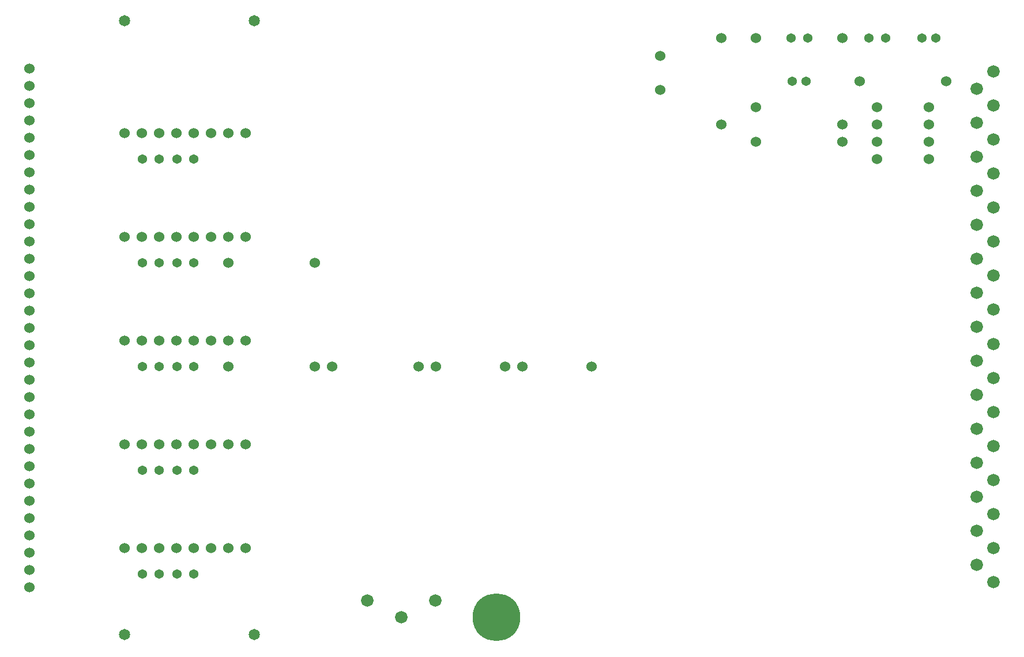
<source format=gbr>
G04 start of page 2 for group 0 idx 0 *
G04 Title: 26.003.00.01.01.pcb, component *
G04 Creator: pcb 20100929 *
G04 CreationDate: Wed Mar 18 07:56:07 2015 UTC *
G04 For: bert *
G04 Format: Gerber/RS-274X *
G04 PCB-Dimensions: 649606 413386 *
G04 PCB-Coordinate-Origin: lower left *
%MOIN*%
%FSLAX25Y25*%
%LNFRONT*%
%ADD11C,0.0600*%
%ADD12C,0.0540*%
%ADD13C,0.0650*%
%ADD14C,0.0720*%
%ADD15C,0.2760*%
%ADD16C,0.0380*%
%ADD17C,0.1460*%
%ADD18C,0.0200*%
%ADD19C,0.0400*%
%ADD20C,0.0360*%
%ADD21C,0.0320*%
%ADD22C,0.0280*%
%ADD23C,0.0520*%
%ADD24C,0.1100*%
G54D11*X45000Y365886D03*
Y355886D03*
Y345886D03*
Y335886D03*
Y325886D03*
Y315886D03*
Y305886D03*
Y295886D03*
Y285886D03*
Y275886D03*
Y265886D03*
Y255886D03*
Y245886D03*
Y235886D03*
Y225886D03*
Y215886D03*
Y205886D03*
Y195886D03*
Y185886D03*
Y175886D03*
Y165886D03*
Y155886D03*
Y145886D03*
Y135886D03*
Y125886D03*
Y115886D03*
Y105886D03*
Y95886D03*
Y85886D03*
Y75886D03*
Y65886D03*
G54D12*X485079Y383386D03*
G54D13*X100000Y393386D03*
X175000D03*
G54D11*X515000Y383386D03*
X445000D03*
Y333386D03*
X409606Y353544D03*
Y373229D03*
G54D12*X493937Y358386D03*
X486063D03*
X494921Y383386D03*
G54D11*X465000D03*
Y343386D03*
X515000Y333386D03*
X465000Y323386D03*
X515000D03*
G54D12*X568937Y383386D03*
G54D11*X565000Y313386D03*
Y323386D03*
Y333386D03*
Y343386D03*
G54D12*X561063Y383386D03*
X539921D03*
X530079D03*
G54D11*X535000Y343386D03*
Y333386D03*
Y323386D03*
Y313386D03*
G54D14*X602360Y364174D03*
X592518Y354332D03*
X602360Y344489D03*
X592518Y334647D03*
G54D11*X525000Y358386D03*
X575000D03*
G54D14*X602360Y324804D03*
Y305119D03*
Y285434D03*
Y265749D03*
Y246064D03*
Y226379D03*
X592518Y314961D03*
Y295276D03*
Y275591D03*
Y255906D03*
Y236221D03*
Y216537D03*
Y196852D03*
G54D12*X139921Y313386D03*
X130079D03*
X119921D03*
X110079D03*
G54D11*X100000Y328386D03*
Y268386D03*
X110000Y328386D03*
X120000D03*
Y268386D03*
X130000Y328386D03*
Y268386D03*
X140000D03*
X150000D03*
X160000D03*
X170000D03*
X140000Y328386D03*
X150000D03*
X160000D03*
X170000D03*
G54D12*X119921Y253386D03*
X110079D03*
G54D11*X110000Y268386D03*
X100000Y208386D03*
X110000D03*
X120000D03*
X130000D03*
X140000D03*
X150000D03*
X160000D03*
X170000D03*
X330000Y193386D03*
X370000D03*
G54D14*X279685Y58228D03*
G54D11*X280000Y193386D03*
X320000D03*
G54D15*X315000Y48386D03*
G54D14*X260000D03*
G54D11*X270000Y193386D03*
G54D14*X602360Y206694D03*
Y187009D03*
Y167324D03*
Y147639D03*
X592518Y177167D03*
Y157481D03*
Y137796D03*
Y118111D03*
Y98426D03*
Y78741D03*
X602360Y127954D03*
Y108269D03*
Y88584D03*
Y68899D03*
X240315Y58228D03*
G54D11*X220000Y193386D03*
X160000D03*
X210000D03*
G54D12*X139921Y253386D03*
X130079D03*
G54D11*X160000D03*
X210000D03*
G54D12*X139921Y193386D03*
X130079D03*
X119921D03*
X110079D03*
G54D13*X100000Y38386D03*
X175000D03*
G54D12*X139921Y133386D03*
X130079D03*
X119921D03*
X110079D03*
G54D11*X100000Y148386D03*
X110000D03*
X120000D03*
X130000D03*
X140000D03*
X150000D03*
X160000D03*
X170000D03*
G54D12*X139921Y73386D03*
X130079D03*
X119921D03*
X110079D03*
G54D11*X100000Y88386D03*
X110000D03*
X120000D03*
X130000D03*
X140000D03*
X150000D03*
X160000D03*
X170000D03*
G54D16*G54D17*G54D16*G54D17*G54D18*G54D19*G54D17*G54D19*G54D20*G54D21*G54D18*G54D19*G54D21*G54D22*G54D21*G54D18*G54D22*G54D23*G54D24*G54D19*G54D23*G54D18*G54D16*G54D18*G54D16*G54D21*G54D23*G54D21*G54D17*G54D23*G54D19*G54D23*G54D24*G54D23*G54D19*G54D18*G54D19*G54D18*G54D19*G54D18*G54D16*G54D18*G54D16*M02*

</source>
